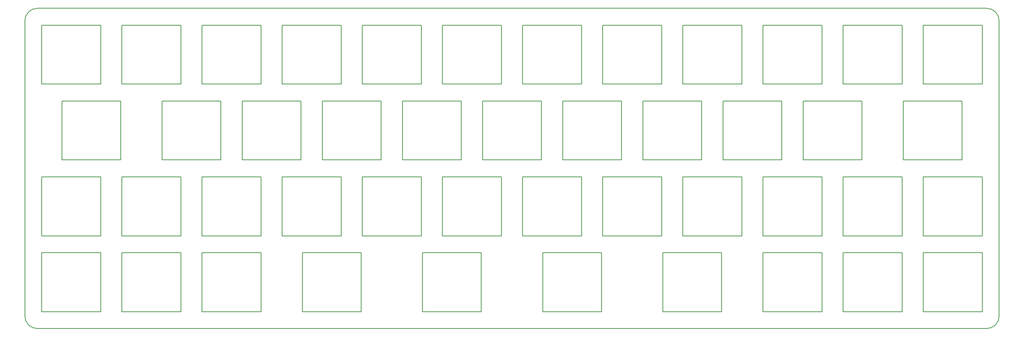
<source format=gbr>
G04 #@! TF.GenerationSoftware,KiCad,Pcbnew,5.1.6-c6e7f7d~87~ubuntu20.04.1*
G04 #@! TF.CreationDate,2020-11-25T16:37:26-08:00*
G04 #@! TF.ProjectId,staggared Plate,73746167-6761-4726-9564-20506c617465,rev?*
G04 #@! TF.SameCoordinates,Original*
G04 #@! TF.FileFunction,Profile,NP*
%FSLAX46Y46*%
G04 Gerber Fmt 4.6, Leading zero omitted, Abs format (unit mm)*
G04 Created by KiCad (PCBNEW 5.1.6-c6e7f7d~87~ubuntu20.04.1) date 2020-11-25 16:37:26*
%MOMM*%
%LPD*%
G01*
G04 APERTURE LIST*
G04 #@! TA.AperFunction,Profile*
%ADD10C,0.200000*%
G04 #@! TD*
G04 #@! TA.AperFunction,Profile*
%ADD11C,0.150000*%
G04 #@! TD*
G04 APERTURE END LIST*
D10*
X23915480Y-95299680D02*
G75*
G02*
X20915480Y-92299680I0J3000000D01*
G01*
X20915480Y-22099680D02*
G75*
G02*
X23915480Y-19099680I3000000J0D01*
G01*
X249535480Y-19099680D02*
X23915480Y-19099680D01*
X252535480Y-92299680D02*
X252535480Y-22099680D01*
X20915480Y-22099680D02*
X20915480Y-92299680D01*
X249535480Y-19099680D02*
G75*
G02*
X252535480Y-22099680I0J-3000000D01*
G01*
X23915480Y-95299680D02*
X249535480Y-95299680D01*
X252535480Y-92299680D02*
G75*
G02*
X249535480Y-95299680I-3000000J0D01*
G01*
D11*
X57993040Y-37124400D02*
X57993040Y-23124400D01*
X43993040Y-37124400D02*
X57993040Y-37124400D01*
X43993040Y-23124400D02*
X43993040Y-37124400D01*
X57993040Y-23124400D02*
X43993040Y-23124400D01*
X243730540Y-55174400D02*
X243730540Y-41174400D01*
X229730540Y-55174400D02*
X243730540Y-55174400D01*
X229730540Y-41174400D02*
X229730540Y-55174400D01*
X243730540Y-41174400D02*
X229730540Y-41174400D01*
X219918040Y-55174400D02*
X219918040Y-41174400D01*
X205918040Y-55174400D02*
X219918040Y-55174400D01*
X205918040Y-41174400D02*
X205918040Y-55174400D01*
X219918040Y-41174400D02*
X205918040Y-41174400D01*
X200868040Y-55174400D02*
X200868040Y-41174400D01*
X186868040Y-55174400D02*
X200868040Y-55174400D01*
X186868040Y-41174400D02*
X186868040Y-55174400D01*
X200868040Y-41174400D02*
X186868040Y-41174400D01*
X181818040Y-55174400D02*
X181818040Y-41174400D01*
X167818040Y-55174400D02*
X181818040Y-55174400D01*
X167818040Y-41174400D02*
X167818040Y-55174400D01*
X181818040Y-41174400D02*
X167818040Y-41174400D01*
X162768040Y-55174400D02*
X162768040Y-41174400D01*
X148768040Y-55174400D02*
X162768040Y-55174400D01*
X148768040Y-41174400D02*
X148768040Y-55174400D01*
X162768040Y-41174400D02*
X148768040Y-41174400D01*
X143718040Y-55174400D02*
X143718040Y-41174400D01*
X129718040Y-55174400D02*
X143718040Y-55174400D01*
X129718040Y-41174400D02*
X129718040Y-55174400D01*
X143718040Y-41174400D02*
X129718040Y-41174400D01*
X124668040Y-55174400D02*
X124668040Y-41174400D01*
X110668040Y-55174400D02*
X124668040Y-55174400D01*
X110668040Y-41174400D02*
X110668040Y-55174400D01*
X124668040Y-41174400D02*
X110668040Y-41174400D01*
X105618040Y-55174400D02*
X105618040Y-41174400D01*
X91618040Y-55174400D02*
X105618040Y-55174400D01*
X91618040Y-41174400D02*
X91618040Y-55174400D01*
X105618040Y-41174400D02*
X91618040Y-41174400D01*
X86568040Y-55174400D02*
X86568040Y-41174400D01*
X72568040Y-55174400D02*
X86568040Y-55174400D01*
X72568040Y-41174400D02*
X72568040Y-55174400D01*
X86568040Y-41174400D02*
X72568040Y-41174400D01*
X67518040Y-55174400D02*
X67518040Y-41174400D01*
X53518040Y-55174400D02*
X67518040Y-55174400D01*
X53518040Y-41174400D02*
X53518040Y-55174400D01*
X67518040Y-41174400D02*
X53518040Y-41174400D01*
X248493040Y-37124400D02*
X248493040Y-23124400D01*
X234493040Y-37124400D02*
X248493040Y-37124400D01*
X234493040Y-23124400D02*
X234493040Y-37124400D01*
X248493040Y-23124400D02*
X234493040Y-23124400D01*
X229443040Y-37124400D02*
X229443040Y-23124400D01*
X215443040Y-37124400D02*
X229443040Y-37124400D01*
X215443040Y-23124400D02*
X215443040Y-37124400D01*
X229443040Y-23124400D02*
X215443040Y-23124400D01*
X210393040Y-37124400D02*
X210393040Y-23124400D01*
X196393040Y-37124400D02*
X210393040Y-37124400D01*
X196393040Y-23124400D02*
X196393040Y-37124400D01*
X210393040Y-23124400D02*
X196393040Y-23124400D01*
X191343040Y-37124400D02*
X191343040Y-23124400D01*
X177343040Y-37124400D02*
X191343040Y-37124400D01*
X177343040Y-23124400D02*
X177343040Y-37124400D01*
X191343040Y-23124400D02*
X177343040Y-23124400D01*
X172293040Y-37124400D02*
X172293040Y-23124400D01*
X158293040Y-37124400D02*
X172293040Y-37124400D01*
X158293040Y-23124400D02*
X158293040Y-37124400D01*
X172293040Y-23124400D02*
X158293040Y-23124400D01*
X153243040Y-37124400D02*
X153243040Y-23124400D01*
X139243040Y-37124400D02*
X153243040Y-37124400D01*
X139243040Y-23124400D02*
X139243040Y-37124400D01*
X153243040Y-23124400D02*
X139243040Y-23124400D01*
X134193040Y-37124400D02*
X134193040Y-23124400D01*
X120193040Y-37124400D02*
X134193040Y-37124400D01*
X120193040Y-23124400D02*
X120193040Y-37124400D01*
X134193040Y-23124400D02*
X120193040Y-23124400D01*
X115143040Y-37124400D02*
X115143040Y-23124400D01*
X101143040Y-37124400D02*
X115143040Y-37124400D01*
X101143040Y-23124400D02*
X101143040Y-37124400D01*
X115143040Y-23124400D02*
X101143040Y-23124400D01*
X96093040Y-37124400D02*
X96093040Y-23124400D01*
X82093040Y-37124400D02*
X96093040Y-37124400D01*
X82093040Y-23124400D02*
X82093040Y-37124400D01*
X96093040Y-23124400D02*
X82093040Y-23124400D01*
X77043040Y-37124400D02*
X77043040Y-23124400D01*
X63043040Y-37124400D02*
X77043040Y-37124400D01*
X63043040Y-23124400D02*
X63043040Y-37124400D01*
X77043040Y-23124400D02*
X63043040Y-23124400D01*
X38943040Y-37124400D02*
X38943040Y-23124400D01*
X24943040Y-37124400D02*
X38943040Y-37124400D01*
X24943040Y-23124400D02*
X24943040Y-37124400D01*
X38943040Y-23124400D02*
X24943040Y-23124400D01*
X43715700Y-55177960D02*
X43715700Y-41177960D01*
X29715700Y-55177960D02*
X43715700Y-55177960D01*
X29715700Y-41177960D02*
X29715700Y-55177960D01*
X43715700Y-41177960D02*
X29715700Y-41177960D01*
X100865700Y-91277960D02*
X100865700Y-77277960D01*
X86865700Y-91277960D02*
X100865700Y-91277960D01*
X86865700Y-77277960D02*
X86865700Y-91277960D01*
X100865700Y-77277960D02*
X86865700Y-77277960D01*
X129440700Y-91277960D02*
X129440700Y-77277960D01*
X115440700Y-91277960D02*
X129440700Y-91277960D01*
X115440700Y-77277960D02*
X115440700Y-91277960D01*
X129440700Y-77277960D02*
X115440700Y-77277960D01*
X158015700Y-91277960D02*
X158015700Y-77277960D01*
X144015700Y-91277960D02*
X158015700Y-91277960D01*
X144015700Y-77277960D02*
X144015700Y-91277960D01*
X158015700Y-77277960D02*
X144015700Y-77277960D01*
X186590700Y-91277960D02*
X186590700Y-77277960D01*
X172590700Y-91277960D02*
X186590700Y-91277960D01*
X172590700Y-77277960D02*
X172590700Y-91277960D01*
X186590700Y-77277960D02*
X172590700Y-77277960D01*
X38953200Y-73227960D02*
X38953200Y-59227960D01*
X24953200Y-73227960D02*
X38953200Y-73227960D01*
X24953200Y-59227960D02*
X24953200Y-73227960D01*
X38953200Y-59227960D02*
X24953200Y-59227960D01*
X58003200Y-73227960D02*
X58003200Y-59227960D01*
X44003200Y-73227960D02*
X58003200Y-73227960D01*
X44003200Y-59227960D02*
X44003200Y-73227960D01*
X58003200Y-59227960D02*
X44003200Y-59227960D01*
X77053200Y-73227960D02*
X77053200Y-59227960D01*
X63053200Y-73227960D02*
X77053200Y-73227960D01*
X63053200Y-59227960D02*
X63053200Y-73227960D01*
X77053200Y-59227960D02*
X63053200Y-59227960D01*
X96103200Y-73227960D02*
X96103200Y-59227960D01*
X82103200Y-73227960D02*
X96103200Y-73227960D01*
X82103200Y-59227960D02*
X82103200Y-73227960D01*
X96103200Y-59227960D02*
X82103200Y-59227960D01*
X115153200Y-73227960D02*
X115153200Y-59227960D01*
X101153200Y-73227960D02*
X115153200Y-73227960D01*
X101153200Y-59227960D02*
X101153200Y-73227960D01*
X115153200Y-59227960D02*
X101153200Y-59227960D01*
X134203200Y-73227960D02*
X134203200Y-59227960D01*
X120203200Y-73227960D02*
X134203200Y-73227960D01*
X120203200Y-59227960D02*
X120203200Y-73227960D01*
X134203200Y-59227960D02*
X120203200Y-59227960D01*
X153253200Y-73227960D02*
X153253200Y-59227960D01*
X139253200Y-73227960D02*
X153253200Y-73227960D01*
X139253200Y-59227960D02*
X139253200Y-73227960D01*
X153253200Y-59227960D02*
X139253200Y-59227960D01*
X172303200Y-73227960D02*
X172303200Y-59227960D01*
X158303200Y-73227960D02*
X172303200Y-73227960D01*
X158303200Y-59227960D02*
X158303200Y-73227960D01*
X172303200Y-59227960D02*
X158303200Y-59227960D01*
X191353200Y-73227960D02*
X191353200Y-59227960D01*
X177353200Y-73227960D02*
X191353200Y-73227960D01*
X177353200Y-59227960D02*
X177353200Y-73227960D01*
X191353200Y-59227960D02*
X177353200Y-59227960D01*
X210403200Y-73227960D02*
X210403200Y-59227960D01*
X196403200Y-73227960D02*
X210403200Y-73227960D01*
X196403200Y-59227960D02*
X196403200Y-73227960D01*
X210403200Y-59227960D02*
X196403200Y-59227960D01*
X229453200Y-73227960D02*
X229453200Y-59227960D01*
X215453200Y-73227960D02*
X229453200Y-73227960D01*
X215453200Y-59227960D02*
X215453200Y-73227960D01*
X229453200Y-59227960D02*
X215453200Y-59227960D01*
X248503200Y-73227960D02*
X248503200Y-59227960D01*
X234503200Y-73227960D02*
X248503200Y-73227960D01*
X234503200Y-59227960D02*
X234503200Y-73227960D01*
X248503200Y-59227960D02*
X234503200Y-59227960D01*
X38953200Y-91277960D02*
X38953200Y-77277960D01*
X24953200Y-91277960D02*
X38953200Y-91277960D01*
X24953200Y-77277960D02*
X24953200Y-91277960D01*
X38953200Y-77277960D02*
X24953200Y-77277960D01*
X58003200Y-91277960D02*
X58003200Y-77277960D01*
X44003200Y-91277960D02*
X58003200Y-91277960D01*
X44003200Y-77277960D02*
X44003200Y-91277960D01*
X58003200Y-77277960D02*
X44003200Y-77277960D01*
X77053200Y-91277960D02*
X77053200Y-77277960D01*
X63053200Y-91277960D02*
X77053200Y-91277960D01*
X63053200Y-77277960D02*
X63053200Y-91277960D01*
X77053200Y-77277960D02*
X63053200Y-77277960D01*
X210403200Y-91277960D02*
X210403200Y-77277960D01*
X196403200Y-91277960D02*
X210403200Y-91277960D01*
X196403200Y-77277960D02*
X196403200Y-91277960D01*
X210403200Y-77277960D02*
X196403200Y-77277960D01*
X229453200Y-91277960D02*
X229453200Y-77277960D01*
X215453200Y-91277960D02*
X229453200Y-91277960D01*
X215453200Y-77277960D02*
X215453200Y-91277960D01*
X229453200Y-77277960D02*
X215453200Y-77277960D01*
X248503200Y-91277960D02*
X248503200Y-77277960D01*
X234503200Y-91277960D02*
X248503200Y-91277960D01*
X234503200Y-77277960D02*
X234503200Y-91277960D01*
X248503200Y-77277960D02*
X234503200Y-77277960D01*
M02*

</source>
